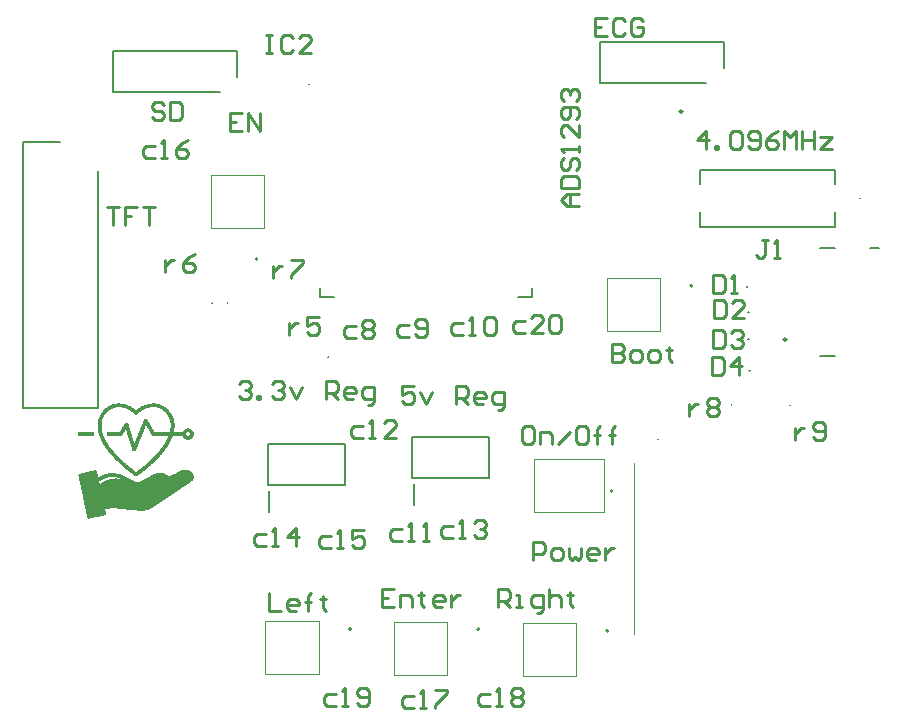
<source format=gbr>
%TF.GenerationSoftware,Altium Limited,Altium Designer,24.10.1 (45)*%
G04 Layer_Color=65535*
%FSLAX45Y45*%
%MOMM*%
%TF.SameCoordinates,5161A517-D4F4-47BB-AA9F-3B40E8EE5112*%
%TF.FilePolarity,Positive*%
%TF.FileFunction,Legend,Top*%
%TF.Part,Single*%
G01*
G75*
%TA.AperFunction,NonConductor*%
%ADD57C,0.25000*%
%ADD58C,0.10000*%
%ADD59C,0.20000*%
%ADD60C,0.25400*%
G36*
X1554609Y3518545D02*
X1568847D01*
Y3516511D01*
X1576983D01*
Y3514477D01*
X1585119D01*
Y3512443D01*
X1591221D01*
Y3510409D01*
X1597323D01*
Y3508375D01*
X1601391D01*
Y3506341D01*
X1607493D01*
Y3504307D01*
X1611561D01*
Y3502273D01*
X1615628D01*
Y3500239D01*
X1619697D01*
Y3498205D01*
X1621731D01*
Y3496171D01*
X1625798D01*
Y3494137D01*
X1629866D01*
Y3492103D01*
X1631900D01*
Y3490069D01*
X1635968D01*
Y3488035D01*
X1638002D01*
Y3486001D01*
X1640036D01*
Y3483967D01*
X1644104D01*
Y3481933D01*
X1646138D01*
Y3479899D01*
X1648172D01*
Y3477865D01*
X1650206D01*
Y3475831D01*
X1652240D01*
Y3473797D01*
X1654274D01*
Y3471763D01*
X1656308D01*
Y3469729D01*
X1658342D01*
Y3467695D01*
X1660376D01*
Y3465661D01*
X1662410D01*
Y3463627D01*
X1664444D01*
Y3461593D01*
X1666478D01*
Y3459560D01*
X1668512D01*
Y3457525D01*
X1670546D01*
Y3453457D01*
X1672580D01*
Y3451423D01*
X1674614D01*
Y3449390D01*
X1676648D01*
Y3447356D01*
X1678682D01*
Y3443288D01*
X1680716D01*
Y3441253D01*
X1682750D01*
Y3439220D01*
X1684784D01*
Y3435152D01*
X1686818D01*
Y3431084D01*
X1688852D01*
Y3429050D01*
X1690886D01*
Y3424982D01*
X1692920D01*
Y3420914D01*
X1694954D01*
Y3416846D01*
X1696988D01*
Y3412778D01*
X1699022D01*
Y3408710D01*
X1701056D01*
Y3404642D01*
X1703090D01*
Y3398540D01*
X1705124D01*
Y3392438D01*
X1707158D01*
Y3386336D01*
X1709192D01*
Y3380234D01*
X1711226D01*
Y3370064D01*
X1713260D01*
Y3357860D01*
X1715294D01*
Y3311078D01*
X1713260D01*
Y3294807D01*
X1711226D01*
Y3282603D01*
X1709192D01*
Y3276501D01*
X1784449D01*
Y3280569D01*
X1786483D01*
Y3284637D01*
X1788517D01*
Y3288705D01*
X1790551D01*
Y3290739D01*
X1792585D01*
Y3292773D01*
X1794619D01*
Y3294807D01*
X1796653D01*
Y3296841D01*
X1798687D01*
Y3298875D01*
X1800721D01*
Y3300909D01*
X1804789D01*
Y3302943D01*
X1806823D01*
Y3304977D01*
X1812925D01*
Y3307011D01*
X1819027D01*
Y3309045D01*
X1839367D01*
Y3307011D01*
X1845469D01*
Y3304977D01*
X1851571D01*
Y3302943D01*
X1855639D01*
Y3300909D01*
X1857673D01*
Y3298875D01*
X1859707D01*
Y3296841D01*
X1861741D01*
Y3294807D01*
X1865809D01*
Y3290739D01*
X1867843D01*
Y3288705D01*
X1869877D01*
Y3286671D01*
X1871911D01*
Y3282603D01*
X1873944D01*
Y3278535D01*
X1875978D01*
Y3270399D01*
X1878013D01*
Y3250059D01*
X1875978D01*
Y3241923D01*
X1873944D01*
Y3237855D01*
X1871911D01*
Y3233787D01*
X1869877D01*
Y3231753D01*
X1867843D01*
Y3229719D01*
X1865809D01*
Y3227685D01*
X1863775D01*
Y3225651D01*
X1861741D01*
Y3223617D01*
X1859707D01*
Y3221583D01*
X1857673D01*
Y3219549D01*
X1855639D01*
Y3217515D01*
X1851571D01*
Y3215481D01*
X1845469D01*
Y3213447D01*
X1839367D01*
Y3211413D01*
X1819027D01*
Y3213447D01*
X1812925D01*
Y3215481D01*
X1806823D01*
Y3217515D01*
X1804789D01*
Y3219549D01*
X1800721D01*
Y3221583D01*
X1798687D01*
Y3223617D01*
X1796653D01*
Y3225651D01*
X1794619D01*
Y3227685D01*
X1792585D01*
Y3229719D01*
X1790551D01*
Y3231753D01*
X1788517D01*
Y3235821D01*
X1786483D01*
Y3239889D01*
X1784449D01*
Y3243957D01*
X1699022D01*
Y3239889D01*
X1696988D01*
Y3233787D01*
X1694954D01*
Y3227685D01*
X1692920D01*
Y3223617D01*
X1690886D01*
Y3219549D01*
X1688852D01*
Y3213447D01*
X1686818D01*
Y3209379D01*
X1684784D01*
Y3205311D01*
X1682750D01*
Y3201243D01*
X1680716D01*
Y3197175D01*
X1678682D01*
Y3193107D01*
X1676648D01*
Y3189040D01*
X1674614D01*
Y3184972D01*
X1672580D01*
Y3182937D01*
X1670546D01*
Y3178870D01*
X1668512D01*
Y3174802D01*
X1666478D01*
Y3170734D01*
X1664444D01*
Y3168700D01*
X1662410D01*
Y3164632D01*
X1660376D01*
Y3162598D01*
X1658342D01*
Y3158530D01*
X1656308D01*
Y3154462D01*
X1654274D01*
Y3152428D01*
X1652240D01*
Y3148360D01*
X1650206D01*
Y3146326D01*
X1648172D01*
Y3142258D01*
X1646138D01*
Y3140224D01*
X1644104D01*
Y3138190D01*
X1642070D01*
Y3134122D01*
X1640036D01*
Y3132088D01*
X1638002D01*
Y3128020D01*
X1635968D01*
Y3125986D01*
X1633935D01*
Y3123952D01*
X1631900D01*
Y3119884D01*
X1629866D01*
Y3117850D01*
X1627832D01*
Y3115816D01*
X1625798D01*
Y3113782D01*
X1623764D01*
Y3109714D01*
X1621731D01*
Y3107680D01*
X1619697D01*
Y3105646D01*
X1617663D01*
Y3103612D01*
X1615628D01*
Y3099544D01*
X1613594D01*
Y3097510D01*
X1611561D01*
Y3095476D01*
X1609527D01*
Y3093442D01*
X1607493D01*
Y3091408D01*
X1605459D01*
Y3087340D01*
X1603425D01*
Y3085306D01*
X1601391D01*
Y3083272D01*
X1599357D01*
Y3081238D01*
X1597323D01*
Y3079204D01*
X1595289D01*
Y3077170D01*
X1593255D01*
Y3075136D01*
X1591221D01*
Y3073102D01*
X1589187D01*
Y3069035D01*
X1587153D01*
Y3067000D01*
X1585119D01*
Y3064966D01*
X1583085D01*
Y3062932D01*
X1581051D01*
Y3060898D01*
X1579017D01*
Y3058865D01*
X1576983D01*
Y3056831D01*
X1574949D01*
Y3054797D01*
X1572915D01*
Y3052763D01*
X1570881D01*
Y3050728D01*
X1568847D01*
Y3048695D01*
X1566813D01*
Y3046661D01*
X1564779D01*
Y3044627D01*
X1562745D01*
Y3042593D01*
X1560711D01*
Y3040559D01*
X1558677D01*
Y3038525D01*
X1556643D01*
Y3036491D01*
X1554609D01*
Y3034457D01*
X1552575D01*
Y3032423D01*
X1550541D01*
Y3030389D01*
X1548507D01*
Y3028355D01*
X1546473D01*
Y3026321D01*
X1544439D01*
Y3024287D01*
X1542405D01*
Y3022253D01*
X1540371D01*
Y3020219D01*
X1538337D01*
Y3018185D01*
X1536303D01*
Y3016151D01*
X1534269D01*
Y3014117D01*
X1532235D01*
Y3012083D01*
X1530201D01*
Y3010049D01*
X1528167D01*
Y3008015D01*
X1524099D01*
Y3005981D01*
X1522065D01*
Y3003947D01*
X1520031D01*
Y3001913D01*
X1517997D01*
Y2999879D01*
X1515963D01*
Y2997845D01*
X1513929D01*
Y2995811D01*
X1511895D01*
Y2993777D01*
X1509861D01*
Y2991743D01*
X1507827D01*
Y2989709D01*
X1503760D01*
Y2987675D01*
X1501725D01*
Y2985641D01*
X1499691D01*
Y2983607D01*
X1497657D01*
Y2981573D01*
X1495623D01*
Y2979539D01*
X1493589D01*
Y2977505D01*
X1489522D01*
Y2975471D01*
X1487487D01*
Y2973437D01*
X1485453D01*
Y2971403D01*
X1483419D01*
Y2969369D01*
X1481386D01*
Y2967335D01*
X1477318D01*
Y2965301D01*
X1475284D01*
Y2963267D01*
X1473250D01*
Y2961233D01*
X1471216D01*
Y2959199D01*
X1467148D01*
Y2957165D01*
X1465114D01*
Y2955131D01*
X1463080D01*
Y2953097D01*
X1461046D01*
Y2951063D01*
X1459012D01*
Y2949029D01*
X1454944D01*
Y2946995D01*
X1452910D01*
Y2944961D01*
X1450876D01*
Y2942927D01*
X1446808D01*
Y2940893D01*
X1444774D01*
Y2938860D01*
X1442740D01*
Y2936825D01*
X1440706D01*
Y2934791D01*
X1436638D01*
Y2932757D01*
X1434604D01*
Y2930723D01*
X1432570D01*
Y2928690D01*
X1428502D01*
Y2926656D01*
X1426468D01*
Y2924622D01*
X1424434D01*
Y2922587D01*
X1420366D01*
Y2920553D01*
X1418332D01*
Y2918520D01*
X1416298D01*
Y2916486D01*
X1412230D01*
Y2914452D01*
X1410196D01*
Y2912418D01*
X1408162D01*
Y2910384D01*
X1404094D01*
Y2908350D01*
X1402060D01*
Y2906316D01*
X1400026D01*
Y2904282D01*
X1395958D01*
Y2902248D01*
X1383754D01*
Y2904282D01*
X1379686D01*
Y2906316D01*
X1377652D01*
Y2908350D01*
X1375618D01*
Y2910384D01*
X1371550D01*
Y2912418D01*
X1369516D01*
Y2914452D01*
X1367482D01*
Y2916486D01*
X1363414D01*
Y2918520D01*
X1361381D01*
Y2920553D01*
X1359347D01*
Y2922587D01*
X1355278D01*
Y2924622D01*
X1353244D01*
Y2926656D01*
X1351211D01*
Y2928690D01*
X1347143D01*
Y2930723D01*
X1345109D01*
Y2932757D01*
X1343075D01*
Y2934791D01*
X1339007D01*
Y2936825D01*
X1336973D01*
Y2938860D01*
X1334939D01*
Y2940893D01*
X1332905D01*
Y2942927D01*
X1328837D01*
Y2944961D01*
X1326803D01*
Y2946995D01*
X1324769D01*
Y2949029D01*
X1322735D01*
Y2951063D01*
X1318667D01*
Y2953097D01*
X1316633D01*
Y2955131D01*
X1314599D01*
Y2957165D01*
X1312565D01*
Y2959199D01*
X1308497D01*
Y2961233D01*
X1306463D01*
Y2963267D01*
X1304429D01*
Y2965301D01*
X1302395D01*
Y2967335D01*
X1298327D01*
Y2969369D01*
X1296293D01*
Y2971403D01*
X1294259D01*
Y2973437D01*
X1292225D01*
Y2975471D01*
X1290191D01*
Y2977505D01*
X1286123D01*
Y2979539D01*
X1284089D01*
Y2981573D01*
X1282055D01*
Y2983607D01*
X1280021D01*
Y2985641D01*
X1277987D01*
Y2987675D01*
X1275953D01*
Y2989709D01*
X1273919D01*
Y2991743D01*
X1269851D01*
Y2993777D01*
X1267817D01*
Y2995811D01*
X1265783D01*
Y2997845D01*
X1263749D01*
Y2999879D01*
X1261715D01*
Y3001913D01*
X1259681D01*
Y3003947D01*
X1257647D01*
Y3005981D01*
X1255613D01*
Y3008015D01*
X1251545D01*
Y3010049D01*
X1249511D01*
Y3012083D01*
X1247477D01*
Y3014117D01*
X1245443D01*
Y3016151D01*
X1243410D01*
Y3018185D01*
X1241375D01*
Y3020219D01*
X1239341D01*
Y3022253D01*
X1237307D01*
Y3024287D01*
X1235273D01*
Y3026321D01*
X1233239D01*
Y3028355D01*
X1231206D01*
Y3030389D01*
X1229172D01*
Y3032423D01*
X1227138D01*
Y3034457D01*
X1225103D01*
Y3036491D01*
X1223069D01*
Y3038525D01*
X1221036D01*
Y3040559D01*
X1219002D01*
Y3042593D01*
X1216968D01*
Y3044627D01*
X1214934D01*
Y3046661D01*
X1212900D01*
Y3048695D01*
X1210866D01*
Y3050728D01*
X1208832D01*
Y3052763D01*
X1206798D01*
Y3054797D01*
X1204764D01*
Y3056831D01*
X1202730D01*
Y3058865D01*
X1200696D01*
Y3060898D01*
X1198662D01*
Y3062932D01*
X1196628D01*
Y3064966D01*
X1194594D01*
Y3067000D01*
X1192560D01*
Y3069035D01*
X1190526D01*
Y3071068D01*
X1188492D01*
Y3075136D01*
X1186458D01*
Y3077170D01*
X1184424D01*
Y3079204D01*
X1182390D01*
Y3081238D01*
X1180356D01*
Y3083272D01*
X1178322D01*
Y3085306D01*
X1176288D01*
Y3087340D01*
X1174254D01*
Y3089374D01*
X1172220D01*
Y3093442D01*
X1170186D01*
Y3095476D01*
X1168152D01*
Y3097510D01*
X1166118D01*
Y3099544D01*
X1164084D01*
Y3101578D01*
X1162050D01*
Y3105646D01*
X1160016D01*
Y3107680D01*
X1157982D01*
Y3109714D01*
X1155948D01*
Y3111748D01*
X1153914D01*
Y3115816D01*
X1151880D01*
Y3117850D01*
X1149846D01*
Y3119884D01*
X1147812D01*
Y3123952D01*
X1145778D01*
Y3125986D01*
X1143744D01*
Y3128020D01*
X1141710D01*
Y3132088D01*
X1139676D01*
Y3134122D01*
X1137642D01*
Y3136156D01*
X1135608D01*
Y3140224D01*
X1133574D01*
Y3142258D01*
X1131540D01*
Y3146326D01*
X1129506D01*
Y3148360D01*
X1127472D01*
Y3152428D01*
X1125438D01*
Y3154462D01*
X1123404D01*
Y3158530D01*
X1121370D01*
Y3160564D01*
X1119336D01*
Y3164632D01*
X1117302D01*
Y3168700D01*
X1115268D01*
Y3170734D01*
X1113235D01*
Y3174802D01*
X1111200D01*
Y3178870D01*
X1109166D01*
Y3180903D01*
X1107132D01*
Y3184972D01*
X1105098D01*
Y3189040D01*
X1103064D01*
Y3193107D01*
X1101031D01*
Y3197175D01*
X1098997D01*
Y3201243D01*
X1096963D01*
Y3205311D01*
X1094928D01*
Y3209379D01*
X1092894D01*
Y3213447D01*
X1090861D01*
Y3217515D01*
X1088827D01*
Y3223617D01*
X1086793D01*
Y3227685D01*
X1084759D01*
Y3233787D01*
X1082725D01*
Y3237855D01*
X1080691D01*
Y3243957D01*
X1078657D01*
Y3250059D01*
X1076623D01*
Y3258195D01*
X1074589D01*
Y3264297D01*
X1072555D01*
Y3272433D01*
X1070521D01*
Y3282603D01*
X1068487D01*
Y3292773D01*
X1066453D01*
Y3309045D01*
X1064419D01*
Y3357860D01*
X1066453D01*
Y3370064D01*
X1068487D01*
Y3380234D01*
X1070521D01*
Y3386336D01*
X1072555D01*
Y3392438D01*
X1074589D01*
Y3398540D01*
X1076623D01*
Y3404642D01*
X1078657D01*
Y3408710D01*
X1080691D01*
Y3412778D01*
X1082725D01*
Y3416846D01*
X1084759D01*
Y3420914D01*
X1086793D01*
Y3424982D01*
X1088827D01*
Y3429050D01*
X1090861D01*
Y3431084D01*
X1092894D01*
Y3435152D01*
X1094928D01*
Y3439220D01*
X1096963D01*
Y3441253D01*
X1098997D01*
Y3443288D01*
X1101031D01*
Y3447356D01*
X1103064D01*
Y3449390D01*
X1105098D01*
Y3451423D01*
X1107132D01*
Y3455491D01*
X1109166D01*
Y3457525D01*
X1111200D01*
Y3459560D01*
X1113235D01*
Y3461593D01*
X1115268D01*
Y3463627D01*
X1117302D01*
Y3465661D01*
X1119336D01*
Y3467695D01*
X1121370D01*
Y3469729D01*
X1123404D01*
Y3471763D01*
X1125438D01*
Y3473797D01*
X1127472D01*
Y3475831D01*
X1129506D01*
Y3477865D01*
X1131540D01*
Y3479899D01*
X1133574D01*
Y3481933D01*
X1135608D01*
Y3483967D01*
X1139676D01*
Y3486001D01*
X1141710D01*
Y3488035D01*
X1143744D01*
Y3490069D01*
X1147812D01*
Y3492103D01*
X1149846D01*
Y3494137D01*
X1153914D01*
Y3496171D01*
X1157982D01*
Y3498205D01*
X1160016D01*
Y3500239D01*
X1164084D01*
Y3502273D01*
X1168152D01*
Y3504307D01*
X1172220D01*
Y3506341D01*
X1178322D01*
Y3508375D01*
X1182390D01*
Y3510409D01*
X1188492D01*
Y3512443D01*
X1194594D01*
Y3514477D01*
X1202730D01*
Y3516511D01*
X1210866D01*
Y3518545D01*
X1225103D01*
Y3520579D01*
X1257647D01*
Y3518545D01*
X1273919D01*
Y3516511D01*
X1284089D01*
Y3514477D01*
X1292225D01*
Y3512443D01*
X1300361D01*
Y3510409D01*
X1306463D01*
Y3508375D01*
X1312565D01*
Y3506341D01*
X1318667D01*
Y3504307D01*
X1324769D01*
Y3502273D01*
X1328837D01*
Y3500239D01*
X1332905D01*
Y3498205D01*
X1336973D01*
Y3496171D01*
X1343075D01*
Y3494137D01*
X1345109D01*
Y3492103D01*
X1349177D01*
Y3490069D01*
X1353244D01*
Y3488035D01*
X1357312D01*
Y3486001D01*
X1359347D01*
Y3483967D01*
X1363414D01*
Y3481933D01*
X1367482D01*
Y3479899D01*
X1369516D01*
Y3477865D01*
X1371550D01*
Y3475831D01*
X1375618D01*
Y3473797D01*
X1377652D01*
Y3471763D01*
X1381720D01*
Y3469729D01*
X1383754D01*
Y3467695D01*
X1385788D01*
Y3465661D01*
X1387822D01*
Y3463627D01*
X1391890D01*
Y3465661D01*
X1393924D01*
Y3467695D01*
X1395958D01*
Y3469729D01*
X1397992D01*
Y3471763D01*
X1402060D01*
Y3473797D01*
X1404094D01*
Y3475831D01*
X1408162D01*
Y3477865D01*
X1410196D01*
Y3479899D01*
X1412230D01*
Y3481933D01*
X1416298D01*
Y3483967D01*
X1420366D01*
Y3486001D01*
X1422400D01*
Y3488035D01*
X1426468D01*
Y3490069D01*
X1430536D01*
Y3492103D01*
X1434604D01*
Y3494137D01*
X1438672D01*
Y3496171D01*
X1442740D01*
Y3498205D01*
X1446808D01*
Y3500239D01*
X1450876D01*
Y3502273D01*
X1454944D01*
Y3504307D01*
X1461046D01*
Y3506341D01*
X1467148D01*
Y3508375D01*
X1473250D01*
Y3510409D01*
X1479352D01*
Y3512443D01*
X1487487D01*
Y3514477D01*
X1495623D01*
Y3516511D01*
X1505793D01*
Y3518545D01*
X1522065D01*
Y3520579D01*
X1554609D01*
Y3518545D01*
D02*
G37*
G36*
X1031875Y3243957D02*
X901700D01*
Y3276501D01*
X1031875D01*
Y3243957D01*
D02*
G37*
G36*
X1819027Y2957165D02*
X1827163D01*
Y2955131D01*
X1833265D01*
Y2953097D01*
X1839367D01*
Y2951063D01*
X1841401D01*
Y2949029D01*
X1845469D01*
Y2946995D01*
X1849537D01*
Y2944961D01*
X1851571D01*
Y2942927D01*
X1853605D01*
Y2940893D01*
X1857673D01*
Y2938860D01*
X1859707D01*
Y2936825D01*
X1861741D01*
Y2934791D01*
X1863775D01*
Y2930723D01*
X1865809D01*
Y2928690D01*
X1867843D01*
Y2926656D01*
X1869877D01*
Y2922587D01*
X1871911D01*
Y2918520D01*
X1873944D01*
Y2914452D01*
X1875978D01*
Y2908350D01*
X1878013D01*
Y2888010D01*
X1875978D01*
Y2879874D01*
X1873944D01*
Y2875806D01*
X1871911D01*
Y2871738D01*
X1869877D01*
Y2869704D01*
X1867843D01*
Y2865636D01*
X1865809D01*
Y2863602D01*
X1863775D01*
Y2861568D01*
X1861741D01*
Y2859534D01*
X1857673D01*
Y2857500D01*
X1855639D01*
Y2855466D01*
X1851571D01*
Y2853432D01*
X1849537D01*
Y2851398D01*
X1847503D01*
Y2849364D01*
X1843435D01*
Y2847330D01*
X1841401D01*
Y2845296D01*
X1837333D01*
Y2843262D01*
X1835299D01*
Y2841228D01*
X1831231D01*
Y2839194D01*
X1829197D01*
Y2837160D01*
X1825129D01*
Y2835126D01*
X1823095D01*
Y2833092D01*
X1819027D01*
Y2831058D01*
X1816993D01*
Y2829024D01*
X1812925D01*
Y2826990D01*
X1810891D01*
Y2824956D01*
X1806823D01*
Y2822922D01*
X1804789D01*
Y2820888D01*
X1800721D01*
Y2818854D01*
X1798687D01*
Y2816820D01*
X1794619D01*
Y2814786D01*
X1792585D01*
Y2812752D01*
X1788517D01*
Y2810718D01*
X1786483D01*
Y2808685D01*
X1782415D01*
Y2806650D01*
X1780381D01*
Y2804616D01*
X1776313D01*
Y2802582D01*
X1774279D01*
Y2800548D01*
X1770211D01*
Y2798515D01*
X1768177D01*
Y2796481D01*
X1764110D01*
Y2794447D01*
X1762075D01*
Y2792413D01*
X1758007D01*
Y2790378D01*
X1755973D01*
Y2788345D01*
X1751906D01*
Y2786311D01*
X1749872D01*
Y2784277D01*
X1745803D01*
Y2782243D01*
X1743769D01*
Y2780209D01*
X1739702D01*
Y2778175D01*
X1737668D01*
Y2776141D01*
X1733600D01*
Y2774107D01*
X1731566D01*
Y2772073D01*
X1727498D01*
Y2770039D01*
X1725464D01*
Y2768005D01*
X1721396D01*
Y2765971D01*
X1719362D01*
Y2763937D01*
X1715294D01*
Y2761903D01*
X1713260D01*
Y2759869D01*
X1709192D01*
Y2757835D01*
X1707158D01*
Y2755801D01*
X1705124D01*
Y2753767D01*
X1701056D01*
Y2751733D01*
X1699022D01*
Y2749699D01*
X1694954D01*
Y2747665D01*
X1692920D01*
Y2745631D01*
X1688852D01*
Y2743597D01*
X1686818D01*
Y2741563D01*
X1682750D01*
Y2739529D01*
X1680716D01*
Y2737495D01*
X1676648D01*
Y2735461D01*
X1674614D01*
Y2733427D01*
X1670546D01*
Y2731393D01*
X1668512D01*
Y2729359D01*
X1664444D01*
Y2727325D01*
X1662410D01*
Y2725291D01*
X1658342D01*
Y2723257D01*
X1656308D01*
Y2721223D01*
X1652240D01*
Y2719189D01*
X1650206D01*
Y2717155D01*
X1646138D01*
Y2715121D01*
X1644104D01*
Y2713087D01*
X1640036D01*
Y2711053D01*
X1638002D01*
Y2709019D01*
X1633935D01*
Y2706985D01*
X1631900D01*
Y2704951D01*
X1627832D01*
Y2702917D01*
X1625798D01*
Y2700883D01*
X1621731D01*
Y2698849D01*
X1619697D01*
Y2696815D01*
X1615628D01*
Y2694781D01*
X1613594D01*
Y2692747D01*
X1609527D01*
Y2690713D01*
X1607493D01*
Y2688679D01*
X1603425D01*
Y2686645D01*
X1601391D01*
Y2684611D01*
X1597323D01*
Y2682577D01*
X1595289D01*
Y2680543D01*
X1591221D01*
Y2678510D01*
X1589187D01*
Y2676475D01*
X1585119D01*
Y2674441D01*
X1583085D01*
Y2672407D01*
X1579017D01*
Y2670373D01*
X1576983D01*
Y2668340D01*
X1572915D01*
Y2666306D01*
X1570881D01*
Y2664272D01*
X1566813D01*
Y2662238D01*
X1564779D01*
Y2660203D01*
X1560711D01*
Y2658170D01*
X1558677D01*
Y2656136D01*
X1554609D01*
Y2654102D01*
X1552575D01*
Y2652068D01*
X1548507D01*
Y2650034D01*
X1546473D01*
Y2648000D01*
X1544439D01*
Y2645966D01*
X1540371D01*
Y2643932D01*
X1536303D01*
Y2641898D01*
X1534269D01*
Y2639864D01*
X1530201D01*
Y2637830D01*
X1528167D01*
Y2635796D01*
X1524099D01*
Y2633762D01*
X1522065D01*
Y2631728D01*
X1517997D01*
Y2629694D01*
X1513929D01*
Y2627660D01*
X1509861D01*
Y2625626D01*
X1505793D01*
Y2623592D01*
X1501725D01*
Y2621558D01*
X1495623D01*
Y2619524D01*
X1489522D01*
Y2617490D01*
X1483419D01*
Y2615456D01*
X1475284D01*
Y2613422D01*
X1467148D01*
Y2611388D01*
X1452910D01*
Y2609354D01*
X1416298D01*
Y2611388D01*
X1395958D01*
Y2613422D01*
X1377652D01*
Y2615456D01*
X1359347D01*
Y2617490D01*
X1341041D01*
Y2619524D01*
X1322735D01*
Y2621558D01*
X1304429D01*
Y2623592D01*
X1286123D01*
Y2625626D01*
X1267817D01*
Y2627660D01*
X1249511D01*
Y2629694D01*
X1229172D01*
Y2631728D01*
X1210866D01*
Y2633762D01*
X1176288D01*
Y2631728D01*
X1166118D01*
Y2629694D01*
X1157982D01*
Y2627660D01*
X1147812D01*
Y2625626D01*
X1137642D01*
Y2623592D01*
X1127472D01*
Y2615456D01*
X1129506D01*
Y2605286D01*
X1131540D01*
Y2595116D01*
X1133574D01*
Y2580878D01*
X1131540D01*
Y2576810D01*
X1129506D01*
Y2574776D01*
X1125438D01*
Y2572742D01*
X1121370D01*
Y2570708D01*
X1113235D01*
Y2568674D01*
X1103064D01*
Y2566640D01*
X1092894D01*
Y2564606D01*
X1084759D01*
Y2562572D01*
X1074589D01*
Y2560538D01*
X1064419D01*
Y2558504D01*
X1054249D01*
Y2556470D01*
X1046113D01*
Y2554436D01*
X1035943D01*
Y2552402D01*
X1025773D01*
Y2550368D01*
X1017637D01*
Y2548335D01*
X1007467D01*
Y2546300D01*
X997297D01*
Y2544266D01*
X985093D01*
Y2546300D01*
X981025D01*
Y2548335D01*
X978991D01*
Y2552402D01*
X976957D01*
Y2556470D01*
X974923D01*
Y2564606D01*
X972889D01*
Y2574776D01*
X970856D01*
Y2584946D01*
X968822D01*
Y2593082D01*
X966788D01*
Y2603252D01*
X964753D01*
Y2613422D01*
X962719D01*
Y2623592D01*
X960686D01*
Y2631728D01*
X958652D01*
Y2641898D01*
X956618D01*
Y2652068D01*
X954584D01*
Y2662238D01*
X952550D01*
Y2672407D01*
X950516D01*
Y2680543D01*
X948482D01*
Y2690713D01*
X946448D01*
Y2700883D01*
X944414D01*
Y2711053D01*
X942380D01*
Y2719189D01*
X940346D01*
Y2729359D01*
X938312D01*
Y2739529D01*
X936278D01*
Y2749699D01*
X934244D01*
Y2757835D01*
X932210D01*
Y2768005D01*
X930176D01*
Y2778175D01*
X928142D01*
Y2788345D01*
X926108D01*
Y2796481D01*
X924074D01*
Y2806650D01*
X922040D01*
Y2816820D01*
X920006D01*
Y2826990D01*
X917972D01*
Y2837160D01*
X915938D01*
Y2845296D01*
X913904D01*
Y2855466D01*
X911870D01*
Y2865636D01*
X909836D01*
Y2875806D01*
X907802D01*
Y2883942D01*
X905768D01*
Y2894112D01*
X903734D01*
Y2904282D01*
X901700D01*
Y2916486D01*
X903734D01*
Y2920553D01*
X905768D01*
Y2922587D01*
X907802D01*
Y2924622D01*
X911870D01*
Y2926656D01*
X920006D01*
Y2928690D01*
X930176D01*
Y2930723D01*
X938312D01*
Y2932757D01*
X948482D01*
Y2934791D01*
X958652D01*
Y2936825D01*
X966788D01*
Y2938860D01*
X976957D01*
Y2940893D01*
X985093D01*
Y2942927D01*
X995263D01*
Y2944961D01*
X1005433D01*
Y2946995D01*
X1013569D01*
Y2949029D01*
X1023739D01*
Y2951063D01*
X1033909D01*
Y2953097D01*
X1052215D01*
Y2951063D01*
X1054249D01*
Y2949029D01*
X1056283D01*
Y2946995D01*
X1058317D01*
Y2942927D01*
X1060351D01*
Y2934791D01*
X1062385D01*
Y2924622D01*
X1064419D01*
Y2916486D01*
X1066453D01*
Y2906316D01*
X1068487D01*
Y2896146D01*
X1070521D01*
Y2894112D01*
X1072555D01*
Y2896146D01*
X1076623D01*
Y2898180D01*
X1080691D01*
Y2900214D01*
X1082725D01*
Y2902248D01*
X1086793D01*
Y2904282D01*
X1090861D01*
Y2906316D01*
X1094928D01*
Y2908350D01*
X1098997D01*
Y2910384D01*
X1103064D01*
Y2912418D01*
X1107132D01*
Y2914452D01*
X1111200D01*
Y2916486D01*
X1117302D01*
Y2918520D01*
X1123404D01*
Y2920553D01*
X1129506D01*
Y2922587D01*
X1135608D01*
Y2924622D01*
X1143744D01*
Y2926656D01*
X1155948D01*
Y2928690D01*
X1172220D01*
Y2930723D01*
X1208832D01*
Y2928690D01*
X1223069D01*
Y2926656D01*
X1235273D01*
Y2924622D01*
X1243410D01*
Y2922587D01*
X1249511D01*
Y2920553D01*
X1255613D01*
Y2918520D01*
X1261715D01*
Y2916486D01*
X1267817D01*
Y2914452D01*
X1271885D01*
Y2912418D01*
X1275953D01*
Y2910384D01*
X1280021D01*
Y2908350D01*
X1284089D01*
Y2906316D01*
X1288157D01*
Y2904282D01*
X1292225D01*
Y2902248D01*
X1296293D01*
Y2900214D01*
X1300361D01*
Y2898180D01*
X1304429D01*
Y2896146D01*
X1308497D01*
Y2894112D01*
X1312565D01*
Y2892078D01*
X1314599D01*
Y2890044D01*
X1318667D01*
Y2888010D01*
X1322735D01*
Y2885976D01*
X1326803D01*
Y2883942D01*
X1330871D01*
Y2881908D01*
X1334939D01*
Y2879874D01*
X1339007D01*
Y2877840D01*
X1343075D01*
Y2875806D01*
X1347143D01*
Y2873772D01*
X1349177D01*
Y2871738D01*
X1353244D01*
Y2869704D01*
X1357312D01*
Y2867670D01*
X1361381D01*
Y2865636D01*
X1365448D01*
Y2863602D01*
X1369516D01*
Y2861568D01*
X1373585D01*
Y2859534D01*
X1377652D01*
Y2857500D01*
X1381720D01*
Y2855466D01*
X1387822D01*
Y2853432D01*
X1410196D01*
Y2855466D01*
X1416298D01*
Y2857500D01*
X1422400D01*
Y2859534D01*
X1424434D01*
Y2861568D01*
X1428502D01*
Y2863602D01*
X1432570D01*
Y2865636D01*
X1436638D01*
Y2867670D01*
X1440706D01*
Y2869704D01*
X1444774D01*
Y2871738D01*
X1448842D01*
Y2873772D01*
X1452910D01*
Y2875806D01*
X1456978D01*
Y2877840D01*
X1461046D01*
Y2879874D01*
X1465114D01*
Y2881908D01*
X1469182D01*
Y2883942D01*
X1473250D01*
Y2885976D01*
X1477318D01*
Y2888010D01*
X1481386D01*
Y2890044D01*
X1485453D01*
Y2892078D01*
X1489522D01*
Y2894112D01*
X1493589D01*
Y2896146D01*
X1497657D01*
Y2898180D01*
X1501725D01*
Y2900214D01*
X1503760D01*
Y2902248D01*
X1507827D01*
Y2904282D01*
X1511895D01*
Y2906316D01*
X1515963D01*
Y2908350D01*
X1520031D01*
Y2910384D01*
X1524099D01*
Y2912418D01*
X1528167D01*
Y2914452D01*
X1532235D01*
Y2916486D01*
X1536303D01*
Y2918520D01*
X1540371D01*
Y2920553D01*
X1544439D01*
Y2922587D01*
X1548507D01*
Y2924622D01*
X1552575D01*
Y2926656D01*
X1556643D01*
Y2928690D01*
X1562745D01*
Y2930723D01*
X1566813D01*
Y2932757D01*
X1576983D01*
Y2934791D01*
X1609527D01*
Y2932757D01*
X1617663D01*
Y2930723D01*
X1623764D01*
Y2928690D01*
X1629866D01*
Y2926656D01*
X1633935D01*
Y2924622D01*
X1638002D01*
Y2922587D01*
X1640036D01*
Y2920553D01*
X1644104D01*
Y2918520D01*
X1646138D01*
Y2916486D01*
X1650206D01*
Y2914452D01*
X1652240D01*
Y2912418D01*
X1654274D01*
Y2910384D01*
X1656308D01*
Y2908350D01*
X1658342D01*
Y2906316D01*
X1660376D01*
Y2904282D01*
X1662410D01*
Y2902248D01*
X1664444D01*
Y2898180D01*
X1668512D01*
Y2900214D01*
X1672580D01*
Y2902248D01*
X1676648D01*
Y2904282D01*
X1680716D01*
Y2906316D01*
X1684784D01*
Y2908350D01*
X1688852D01*
Y2910384D01*
X1692920D01*
Y2912418D01*
X1696988D01*
Y2914452D01*
X1701056D01*
Y2916486D01*
X1705124D01*
Y2918520D01*
X1709192D01*
Y2920553D01*
X1713260D01*
Y2922587D01*
X1717328D01*
Y2924622D01*
X1721396D01*
Y2926656D01*
X1725464D01*
Y2928690D01*
X1729532D01*
Y2930723D01*
X1733600D01*
Y2932757D01*
X1737668D01*
Y2934791D01*
X1739702D01*
Y2936825D01*
X1743769D01*
Y2938860D01*
X1747837D01*
Y2940893D01*
X1751906D01*
Y2942927D01*
X1755973D01*
Y2944961D01*
X1760041D01*
Y2946995D01*
X1764110D01*
Y2949029D01*
X1768177D01*
Y2951063D01*
X1772245D01*
Y2953097D01*
X1776313D01*
Y2955131D01*
X1782415D01*
Y2957165D01*
X1790551D01*
Y2959199D01*
X1819027D01*
Y2957165D01*
D02*
G37*
%LPC*%
G36*
X1550541Y3488035D02*
X1522065D01*
Y3486001D01*
X1507827D01*
Y3483967D01*
X1497657D01*
Y3481933D01*
X1489522D01*
Y3479899D01*
X1483419D01*
Y3477865D01*
X1477318D01*
Y3475831D01*
X1473250D01*
Y3473797D01*
X1467148D01*
Y3471763D01*
X1463080D01*
Y3469729D01*
X1459012D01*
Y3467695D01*
X1454944D01*
Y3465661D01*
X1450876D01*
Y3463627D01*
X1446808D01*
Y3461593D01*
X1442740D01*
Y3459560D01*
X1440706D01*
Y3457525D01*
X1436638D01*
Y3455491D01*
X1432570D01*
Y3453457D01*
X1430536D01*
Y3451423D01*
X1426468D01*
Y3449390D01*
X1424434D01*
Y3447356D01*
X1422400D01*
Y3445322D01*
X1418332D01*
Y3443288D01*
X1416298D01*
Y3441253D01*
X1414264D01*
Y3439219D01*
X1410196D01*
Y3437186D01*
X1408162D01*
Y3435152D01*
X1406128D01*
Y3433118D01*
X1404094D01*
Y3431084D01*
X1402060D01*
Y3429050D01*
X1400026D01*
Y3427016D01*
X1395958D01*
Y3424982D01*
X1383754D01*
Y3427016D01*
X1379686D01*
Y3429050D01*
X1377652D01*
Y3431084D01*
X1375618D01*
Y3433118D01*
X1373584D01*
Y3435152D01*
X1371550D01*
Y3437186D01*
X1369516D01*
Y3439219D01*
X1365448D01*
Y3441253D01*
X1363414D01*
Y3443288D01*
X1361381D01*
Y3445322D01*
X1357312D01*
Y3447356D01*
X1355278D01*
Y3449390D01*
X1353244D01*
Y3451423D01*
X1349177D01*
Y3453457D01*
X1347143D01*
Y3455491D01*
X1343075D01*
Y3457525D01*
X1339007D01*
Y3459560D01*
X1336973D01*
Y3461593D01*
X1332905D01*
Y3463627D01*
X1328837D01*
Y3465661D01*
X1324769D01*
Y3467695D01*
X1320701D01*
Y3469729D01*
X1316633D01*
Y3471763D01*
X1312565D01*
Y3473797D01*
X1306463D01*
Y3475831D01*
X1302395D01*
Y3477865D01*
X1296293D01*
Y3479899D01*
X1290191D01*
Y3481933D01*
X1282055D01*
Y3483967D01*
X1271885D01*
Y3486001D01*
X1257647D01*
Y3488035D01*
X1231206D01*
Y3486001D01*
X1216968D01*
Y3483967D01*
X1206798D01*
Y3481933D01*
X1200696D01*
Y3479899D01*
X1194594D01*
Y3477865D01*
X1190526D01*
Y3475831D01*
X1184424D01*
Y3473797D01*
X1180356D01*
Y3471763D01*
X1176288D01*
Y3469729D01*
X1174254D01*
Y3467695D01*
X1170186D01*
Y3465661D01*
X1166118D01*
Y3463627D01*
X1164084D01*
Y3461593D01*
X1160016D01*
Y3459560D01*
X1157982D01*
Y3457525D01*
X1155948D01*
Y3455491D01*
X1153914D01*
Y3453457D01*
X1151880D01*
Y3451423D01*
X1147812D01*
Y3449390D01*
X1145778D01*
Y3447356D01*
X1143744D01*
Y3445322D01*
X1141710D01*
Y3441253D01*
X1139676D01*
Y3439219D01*
X1137642D01*
Y3437186D01*
X1135608D01*
Y3435152D01*
X1133574D01*
Y3433118D01*
X1131540D01*
Y3429050D01*
X1129506D01*
Y3427016D01*
X1127472D01*
Y3424982D01*
X1125438D01*
Y3422948D01*
X1123404D01*
Y3418880D01*
X1121370D01*
Y3416846D01*
X1119336D01*
Y3412778D01*
X1117302D01*
Y3408710D01*
X1115268D01*
Y3404642D01*
X1113234D01*
Y3400574D01*
X1111200D01*
Y3396506D01*
X1109166D01*
Y3392438D01*
X1107132D01*
Y3386336D01*
X1105098D01*
Y3382268D01*
X1103064D01*
Y3374132D01*
X1101031D01*
Y3365996D01*
X1098997D01*
Y3353792D01*
X1096963D01*
Y3315147D01*
X1098997D01*
Y3298875D01*
X1101031D01*
Y3286671D01*
X1103064D01*
Y3278535D01*
X1105098D01*
Y3270399D01*
X1107132D01*
Y3264297D01*
X1109166D01*
Y3258195D01*
X1111200D01*
Y3252093D01*
X1113234D01*
Y3245991D01*
X1115268D01*
Y3241923D01*
X1117302D01*
Y3235821D01*
X1119336D01*
Y3231753D01*
X1121370D01*
Y3227685D01*
X1123404D01*
Y3223617D01*
X1125438D01*
Y3217515D01*
X1127472D01*
Y3213447D01*
X1129506D01*
Y3211413D01*
X1131540D01*
Y3207345D01*
X1133574D01*
Y3203277D01*
X1135608D01*
Y3199210D01*
X1137642D01*
Y3195141D01*
X1139676D01*
Y3191073D01*
X1141710D01*
Y3189040D01*
X1143744D01*
Y3184972D01*
X1145778D01*
Y3180903D01*
X1147812D01*
Y3178869D01*
X1149846D01*
Y3174802D01*
X1151880D01*
Y3172768D01*
X1153914D01*
Y3168700D01*
X1155948D01*
Y3166666D01*
X1157982D01*
Y3162598D01*
X1160016D01*
Y3160564D01*
X1162050D01*
Y3156496D01*
X1164084D01*
Y3154462D01*
X1166118D01*
Y3152428D01*
X1168152D01*
Y3148360D01*
X1170186D01*
Y3146326D01*
X1172220D01*
Y3144292D01*
X1174254D01*
Y3140224D01*
X1176288D01*
Y3138190D01*
X1178322D01*
Y3136156D01*
X1180356D01*
Y3132088D01*
X1182390D01*
Y3130054D01*
X1184424D01*
Y3128020D01*
X1186458D01*
Y3125986D01*
X1188492D01*
Y3121918D01*
X1190526D01*
Y3119884D01*
X1192560D01*
Y3117850D01*
X1194594D01*
Y3115816D01*
X1196628D01*
Y3113782D01*
X1198662D01*
Y3109714D01*
X1200696D01*
Y3107680D01*
X1202730D01*
Y3105646D01*
X1204764D01*
Y3103612D01*
X1206798D01*
Y3101578D01*
X1208832D01*
Y3099544D01*
X1210866D01*
Y3097510D01*
X1212900D01*
Y3093442D01*
X1214934D01*
Y3091408D01*
X1216968D01*
Y3089374D01*
X1219002D01*
Y3087340D01*
X1221036D01*
Y3085306D01*
X1223069D01*
Y3083272D01*
X1225103D01*
Y3081238D01*
X1227138D01*
Y3079204D01*
X1229172D01*
Y3077170D01*
X1231206D01*
Y3075136D01*
X1233239D01*
Y3073102D01*
X1235273D01*
Y3071068D01*
X1237307D01*
Y3069035D01*
X1239341D01*
Y3067000D01*
X1241375D01*
Y3064966D01*
X1243409D01*
Y3062932D01*
X1245443D01*
Y3060898D01*
X1247477D01*
Y3058865D01*
X1249511D01*
Y3056831D01*
X1251545D01*
Y3054797D01*
X1253579D01*
Y3052763D01*
X1255613D01*
Y3050728D01*
X1257647D01*
Y3048694D01*
X1259681D01*
Y3046661D01*
X1261715D01*
Y3044627D01*
X1263749D01*
Y3042593D01*
X1265783D01*
Y3040559D01*
X1267817D01*
Y3038525D01*
X1269851D01*
Y3036491D01*
X1271885D01*
Y3034457D01*
X1273919D01*
Y3032423D01*
X1275953D01*
Y3030389D01*
X1280021D01*
Y3028355D01*
X1282055D01*
Y3026321D01*
X1284089D01*
Y3024287D01*
X1286123D01*
Y3022253D01*
X1288157D01*
Y3020219D01*
X1290191D01*
Y3018185D01*
X1292225D01*
Y3016151D01*
X1294259D01*
Y3014117D01*
X1296293D01*
Y3012083D01*
X1300361D01*
Y3010049D01*
X1302395D01*
Y3008015D01*
X1304429D01*
Y3005981D01*
X1306463D01*
Y3003947D01*
X1308497D01*
Y3001913D01*
X1310531D01*
Y2999879D01*
X1314599D01*
Y2997845D01*
X1316633D01*
Y2995811D01*
X1318667D01*
Y2993777D01*
X1320701D01*
Y2991743D01*
X1324769D01*
Y2989709D01*
X1326803D01*
Y2987675D01*
X1328837D01*
Y2985641D01*
X1330871D01*
Y2983607D01*
X1332905D01*
Y2981573D01*
X1336973D01*
Y2979539D01*
X1339007D01*
Y2977505D01*
X1341041D01*
Y2975471D01*
X1343075D01*
Y2973437D01*
X1347143D01*
Y2971403D01*
X1349177D01*
Y2969369D01*
X1351211D01*
Y2967335D01*
X1353244D01*
Y2965301D01*
X1357312D01*
Y2963267D01*
X1359347D01*
Y2961233D01*
X1361381D01*
Y2959199D01*
X1365448D01*
Y2957165D01*
X1367482D01*
Y2955131D01*
X1369516D01*
Y2953097D01*
X1371550D01*
Y2951063D01*
X1375618D01*
Y2949029D01*
X1377652D01*
Y2946995D01*
X1379686D01*
Y2944961D01*
X1383754D01*
Y2942927D01*
X1385788D01*
Y2940893D01*
X1387822D01*
Y2938860D01*
X1391890D01*
Y2940893D01*
X1393924D01*
Y2942927D01*
X1395958D01*
Y2944961D01*
X1400026D01*
Y2946995D01*
X1402060D01*
Y2949029D01*
X1404094D01*
Y2951063D01*
X1406128D01*
Y2953097D01*
X1410196D01*
Y2955131D01*
X1412230D01*
Y2957165D01*
X1414264D01*
Y2959199D01*
X1418332D01*
Y2961233D01*
X1420366D01*
Y2963267D01*
X1422400D01*
Y2965301D01*
X1426468D01*
Y2967335D01*
X1428502D01*
Y2969369D01*
X1430536D01*
Y2971403D01*
X1432570D01*
Y2973437D01*
X1436638D01*
Y2975471D01*
X1438672D01*
Y2977505D01*
X1440706D01*
Y2979539D01*
X1442740D01*
Y2981573D01*
X1446808D01*
Y2983607D01*
X1448842D01*
Y2985641D01*
X1450876D01*
Y2987675D01*
X1452910D01*
Y2989709D01*
X1456978D01*
Y2991743D01*
X1459012D01*
Y2993777D01*
X1461046D01*
Y2995811D01*
X1463080D01*
Y2997845D01*
X1465114D01*
Y2999879D01*
X1467148D01*
Y3001913D01*
X1471216D01*
Y3003947D01*
X1473250D01*
Y3005981D01*
X1475284D01*
Y3008015D01*
X1477318D01*
Y3010049D01*
X1479352D01*
Y3012083D01*
X1481386D01*
Y3014117D01*
X1485453D01*
Y3016151D01*
X1487487D01*
Y3018185D01*
X1489522D01*
Y3020219D01*
X1491556D01*
Y3022253D01*
X1493589D01*
Y3024287D01*
X1495623D01*
Y3026321D01*
X1497657D01*
Y3028355D01*
X1499691D01*
Y3030389D01*
X1503759D01*
Y3032423D01*
X1505793D01*
Y3034457D01*
X1507827D01*
Y3036491D01*
X1509861D01*
Y3038525D01*
X1511895D01*
Y3040559D01*
X1513929D01*
Y3042593D01*
X1515963D01*
Y3044627D01*
X1517997D01*
Y3046661D01*
X1520031D01*
Y3048694D01*
X1522065D01*
Y3050728D01*
X1524099D01*
Y3052763D01*
X1526133D01*
Y3054797D01*
X1528167D01*
Y3056831D01*
X1530201D01*
Y3058865D01*
X1532235D01*
Y3060898D01*
X1534269D01*
Y3062932D01*
X1536303D01*
Y3064966D01*
X1538337D01*
Y3067000D01*
X1540371D01*
Y3069035D01*
X1542405D01*
Y3071068D01*
X1544439D01*
Y3073102D01*
X1546473D01*
Y3075136D01*
X1548507D01*
Y3077170D01*
X1550541D01*
Y3079204D01*
X1552575D01*
Y3081238D01*
X1554609D01*
Y3083272D01*
X1556643D01*
Y3085306D01*
X1558677D01*
Y3087340D01*
X1560711D01*
Y3089374D01*
X1562745D01*
Y3091408D01*
X1564779D01*
Y3093442D01*
X1566813D01*
Y3097510D01*
X1568847D01*
Y3099544D01*
X1570881D01*
Y3101578D01*
X1572915D01*
Y3103612D01*
X1574949D01*
Y3105646D01*
X1576983D01*
Y3107680D01*
X1579017D01*
Y3109714D01*
X1581051D01*
Y3113782D01*
X1583085D01*
Y3115816D01*
X1585119D01*
Y3117850D01*
X1587153D01*
Y3119884D01*
X1589187D01*
Y3121918D01*
X1591221D01*
Y3125986D01*
X1593255D01*
Y3128020D01*
X1595289D01*
Y3130054D01*
X1597323D01*
Y3132088D01*
X1599357D01*
Y3136156D01*
X1601391D01*
Y3138190D01*
X1603425D01*
Y3140224D01*
X1605459D01*
Y3144292D01*
X1607493D01*
Y3146326D01*
X1609527D01*
Y3148360D01*
X1611561D01*
Y3152428D01*
X1613594D01*
Y3154462D01*
X1615628D01*
Y3156496D01*
X1617663D01*
Y3160564D01*
X1619697D01*
Y3162598D01*
X1621731D01*
Y3166666D01*
X1623764D01*
Y3168700D01*
X1625798D01*
Y3172768D01*
X1627832D01*
Y3174802D01*
X1629866D01*
Y3178869D01*
X1631900D01*
Y3180903D01*
X1633934D01*
Y3184972D01*
X1635968D01*
Y3189040D01*
X1638002D01*
Y3193107D01*
X1640036D01*
Y3195141D01*
X1642070D01*
Y3199210D01*
X1644104D01*
Y3203277D01*
X1646138D01*
Y3207345D01*
X1648172D01*
Y3211413D01*
X1650206D01*
Y3213447D01*
X1652240D01*
Y3219549D01*
X1654274D01*
Y3223617D01*
X1656308D01*
Y3227685D01*
X1658342D01*
Y3231753D01*
X1660376D01*
Y3235821D01*
X1662410D01*
Y3241923D01*
X1664444D01*
Y3243957D01*
X1530201D01*
Y3245991D01*
X1526133D01*
Y3248025D01*
X1524099D01*
Y3250059D01*
X1522065D01*
Y3254127D01*
X1520031D01*
Y3258195D01*
X1517997D01*
Y3260229D01*
X1515963D01*
Y3264297D01*
X1513929D01*
Y3268365D01*
X1511895D01*
Y3272433D01*
X1509861D01*
Y3274467D01*
X1507827D01*
Y3278535D01*
X1505793D01*
Y3282603D01*
X1503759D01*
Y3286671D01*
X1501725D01*
Y3288705D01*
X1499691D01*
Y3292773D01*
X1497657D01*
Y3296841D01*
X1495623D01*
Y3300909D01*
X1493589D01*
Y3302943D01*
X1491556D01*
Y3307011D01*
X1489522D01*
Y3311078D01*
X1487487D01*
Y3315147D01*
X1485453D01*
Y3317181D01*
X1483419D01*
Y3321248D01*
X1481386D01*
Y3325316D01*
X1479352D01*
Y3329385D01*
X1477318D01*
Y3331418D01*
X1475284D01*
Y3335486D01*
X1473250D01*
Y3331418D01*
X1471216D01*
Y3327350D01*
X1469182D01*
Y3321248D01*
X1467148D01*
Y3317181D01*
X1465114D01*
Y3311078D01*
X1463080D01*
Y3307011D01*
X1461046D01*
Y3300909D01*
X1459012D01*
Y3296841D01*
X1456978D01*
Y3290739D01*
X1454944D01*
Y3286671D01*
X1452910D01*
Y3280569D01*
X1450876D01*
Y3276501D01*
X1448842D01*
Y3270399D01*
X1446808D01*
Y3266331D01*
X1444774D01*
Y3260229D01*
X1442740D01*
Y3256161D01*
X1440706D01*
Y3250059D01*
X1438672D01*
Y3245991D01*
X1436638D01*
Y3239889D01*
X1434604D01*
Y3235821D01*
X1432570D01*
Y3229719D01*
X1430536D01*
Y3225651D01*
X1428502D01*
Y3219549D01*
X1426468D01*
Y3215481D01*
X1424434D01*
Y3209379D01*
X1422400D01*
Y3205311D01*
X1420366D01*
Y3199210D01*
X1418332D01*
Y3195141D01*
X1416298D01*
Y3189040D01*
X1414264D01*
Y3184972D01*
X1412230D01*
Y3178869D01*
X1410196D01*
Y3174802D01*
X1408162D01*
Y3168700D01*
X1406128D01*
Y3164632D01*
X1404094D01*
Y3158530D01*
X1402060D01*
Y3154462D01*
X1400026D01*
Y3148360D01*
X1397992D01*
Y3144292D01*
X1395958D01*
Y3138190D01*
X1393924D01*
Y3134122D01*
X1391890D01*
Y3128020D01*
X1389856D01*
Y3123952D01*
X1387822D01*
Y3119884D01*
X1385788D01*
Y3117850D01*
X1383754D01*
Y3115816D01*
X1379686D01*
Y3113782D01*
X1367482D01*
Y3115816D01*
X1363414D01*
Y3117850D01*
X1361381D01*
Y3119884D01*
X1359347D01*
Y3123952D01*
X1357312D01*
Y3130054D01*
X1355278D01*
Y3136156D01*
X1353244D01*
Y3142258D01*
X1351211D01*
Y3150394D01*
X1349177D01*
Y3156496D01*
X1347143D01*
Y3162598D01*
X1345109D01*
Y3168700D01*
X1343075D01*
Y3176836D01*
X1341041D01*
Y3182937D01*
X1339007D01*
Y3189040D01*
X1336973D01*
Y3195141D01*
X1334939D01*
Y3203277D01*
X1332905D01*
Y3209379D01*
X1330871D01*
Y3215481D01*
X1328837D01*
Y3221583D01*
X1326803D01*
Y3229719D01*
X1324769D01*
Y3235821D01*
X1322735D01*
Y3241923D01*
X1320701D01*
Y3248025D01*
X1318667D01*
Y3256161D01*
X1316633D01*
Y3262263D01*
X1314599D01*
Y3268365D01*
X1312565D01*
Y3274467D01*
X1310531D01*
Y3282603D01*
X1308497D01*
Y3288705D01*
X1306463D01*
Y3294807D01*
X1304429D01*
Y3300909D01*
X1302395D01*
Y3296841D01*
X1300361D01*
Y3294807D01*
X1298327D01*
Y3290739D01*
X1296293D01*
Y3286671D01*
X1294259D01*
Y3284637D01*
X1292225D01*
Y3280569D01*
X1290191D01*
Y3276501D01*
X1288157D01*
Y3274467D01*
X1286123D01*
Y3270399D01*
X1284089D01*
Y3266331D01*
X1282055D01*
Y3264297D01*
X1280021D01*
Y3260229D01*
X1277987D01*
Y3256161D01*
X1275953D01*
Y3254127D01*
X1273919D01*
Y3250059D01*
X1271885D01*
Y3248025D01*
X1269851D01*
Y3245991D01*
X1265783D01*
Y3243957D01*
X1145778D01*
Y3276501D01*
X1251545D01*
Y3280569D01*
X1253579D01*
Y3284637D01*
X1255613D01*
Y3286671D01*
X1257647D01*
Y3290739D01*
X1259681D01*
Y3294807D01*
X1261715D01*
Y3296841D01*
X1263749D01*
Y3300909D01*
X1265783D01*
Y3304977D01*
X1267817D01*
Y3307011D01*
X1269851D01*
Y3311078D01*
X1271885D01*
Y3315147D01*
X1273919D01*
Y3317181D01*
X1275953D01*
Y3321248D01*
X1277987D01*
Y3325316D01*
X1280021D01*
Y3327350D01*
X1282055D01*
Y3331418D01*
X1284089D01*
Y3335486D01*
X1286123D01*
Y3337520D01*
X1288157D01*
Y3341588D01*
X1290191D01*
Y3345656D01*
X1292225D01*
Y3347690D01*
X1294259D01*
Y3349724D01*
Y3351758D01*
X1296293D01*
Y3353792D01*
X1298327D01*
Y3355826D01*
X1302395D01*
Y3357860D01*
X1314599D01*
Y3355826D01*
X1318667D01*
Y3353792D01*
X1320701D01*
Y3351758D01*
X1322735D01*
Y3347690D01*
X1324769D01*
Y3341588D01*
X1326803D01*
Y3335486D01*
X1328837D01*
Y3329385D01*
X1330871D01*
Y3321248D01*
X1332905D01*
Y3315147D01*
X1334939D01*
Y3309044D01*
X1336973D01*
Y3302943D01*
X1339007D01*
Y3294807D01*
X1341041D01*
Y3288705D01*
X1343075D01*
Y3282603D01*
X1345109D01*
Y3276501D01*
X1347143D01*
Y3268365D01*
X1349177D01*
Y3262263D01*
X1351211D01*
Y3256161D01*
X1353244D01*
Y3250059D01*
X1355278D01*
Y3241923D01*
X1357312D01*
Y3235821D01*
X1359347D01*
Y3229719D01*
X1361381D01*
Y3223617D01*
X1363414D01*
Y3215481D01*
X1365448D01*
Y3209379D01*
X1367482D01*
Y3203277D01*
X1369516D01*
Y3197175D01*
X1371550D01*
Y3189040D01*
X1373584D01*
Y3182937D01*
X1377652D01*
Y3187006D01*
X1379686D01*
Y3193107D01*
X1381720D01*
Y3197175D01*
X1383754D01*
Y3203277D01*
X1385788D01*
Y3207345D01*
X1387822D01*
Y3213447D01*
X1389856D01*
Y3217515D01*
X1391890D01*
Y3223617D01*
X1393924D01*
Y3227685D01*
X1395958D01*
Y3233787D01*
X1397992D01*
Y3237855D01*
X1400026D01*
Y3243957D01*
X1402060D01*
Y3248025D01*
X1404094D01*
Y3254127D01*
X1406128D01*
Y3258195D01*
X1408162D01*
Y3264297D01*
X1410196D01*
Y3268365D01*
X1412230D01*
Y3274467D01*
X1414264D01*
Y3278535D01*
X1416298D01*
Y3284637D01*
X1418332D01*
Y3288705D01*
X1420366D01*
Y3294807D01*
X1422400D01*
Y3298875D01*
X1424434D01*
Y3304977D01*
X1426468D01*
Y3309044D01*
X1428502D01*
Y3315147D01*
X1430536D01*
Y3319215D01*
X1432570D01*
Y3325316D01*
X1434604D01*
Y3329385D01*
X1436638D01*
Y3335486D01*
X1438672D01*
Y3339554D01*
X1440706D01*
Y3345656D01*
X1442740D01*
Y3349724D01*
X1444774D01*
Y3355826D01*
X1446808D01*
Y3359894D01*
X1448842D01*
Y3365996D01*
X1450876D01*
Y3370064D01*
X1452910D01*
Y3376166D01*
X1454944D01*
Y3380234D01*
X1456978D01*
Y3384302D01*
X1459012D01*
Y3386336D01*
X1461046D01*
Y3388370D01*
X1465114D01*
Y3390404D01*
X1477318D01*
Y3388370D01*
X1481386D01*
Y3386336D01*
X1483419D01*
Y3384302D01*
X1485453D01*
Y3380234D01*
X1487487D01*
Y3378200D01*
X1489522D01*
Y3374132D01*
X1491556D01*
Y3370064D01*
X1493589D01*
Y3365996D01*
X1495623D01*
Y3363962D01*
X1497657D01*
Y3359894D01*
X1499691D01*
Y3355826D01*
X1501725D01*
Y3351758D01*
X1503759D01*
Y3349724D01*
X1505793D01*
Y3345656D01*
X1507827D01*
Y3341588D01*
X1509861D01*
Y3337520D01*
X1511895D01*
Y3335486D01*
X1513929D01*
Y3331418D01*
X1515963D01*
Y3327350D01*
X1517997D01*
Y3323282D01*
X1520031D01*
Y3321248D01*
X1522065D01*
Y3317181D01*
X1524099D01*
Y3313112D01*
X1526133D01*
Y3309044D01*
X1528167D01*
Y3307011D01*
X1530201D01*
Y3302943D01*
X1532235D01*
Y3298875D01*
X1534269D01*
Y3294807D01*
X1536303D01*
Y3292773D01*
X1538337D01*
Y3288705D01*
X1540371D01*
Y3284637D01*
X1542405D01*
Y3280569D01*
X1544439D01*
Y3278535D01*
X1546473D01*
Y3276501D01*
X1674614D01*
Y3278535D01*
X1676648D01*
Y3286671D01*
X1678682D01*
Y3298875D01*
X1680716D01*
Y3315147D01*
X1682750D01*
Y3353792D01*
X1680716D01*
Y3365996D01*
X1678682D01*
Y3374132D01*
X1676648D01*
Y3382268D01*
X1674614D01*
Y3386336D01*
X1672580D01*
Y3392438D01*
X1670546D01*
Y3396506D01*
X1668512D01*
Y3400574D01*
X1666478D01*
Y3404642D01*
X1664444D01*
Y3408710D01*
X1662410D01*
Y3412778D01*
X1660376D01*
Y3414812D01*
X1658342D01*
Y3418880D01*
X1656308D01*
Y3420914D01*
X1654274D01*
Y3424982D01*
X1652240D01*
Y3427016D01*
X1650206D01*
Y3429050D01*
X1648172D01*
Y3433118D01*
X1646138D01*
Y3435152D01*
X1644104D01*
Y3437186D01*
X1642070D01*
Y3439219D01*
X1640036D01*
Y3443288D01*
X1638002D01*
Y3445322D01*
X1635968D01*
Y3447356D01*
X1633934D01*
Y3449390D01*
X1631900D01*
Y3451423D01*
X1627832D01*
Y3453457D01*
X1625798D01*
Y3455491D01*
X1623764D01*
Y3457525D01*
X1621731D01*
Y3459560D01*
X1619697D01*
Y3461593D01*
X1615628D01*
Y3463627D01*
X1613594D01*
Y3465661D01*
X1609527D01*
Y3467695D01*
X1605459D01*
Y3469729D01*
X1603425D01*
Y3471763D01*
X1599357D01*
Y3473797D01*
X1595289D01*
Y3475831D01*
X1591221D01*
Y3477865D01*
X1585119D01*
Y3479899D01*
X1579017D01*
Y3481933D01*
X1572915D01*
Y3483967D01*
X1562745D01*
Y3486001D01*
X1550541D01*
Y3488035D01*
D02*
G37*
G36*
X1835299Y3276501D02*
X1823095D01*
Y3274467D01*
X1819027D01*
Y3272433D01*
X1816993D01*
Y3270399D01*
X1814959D01*
Y3266331D01*
X1812925D01*
Y3254127D01*
X1814959D01*
Y3250059D01*
X1816993D01*
Y3248025D01*
X1819027D01*
Y3245991D01*
X1823095D01*
Y3243957D01*
X1835299D01*
Y3245991D01*
X1839367D01*
Y3248025D01*
X1841401D01*
Y3250059D01*
X1843435D01*
Y3254127D01*
X1845469D01*
Y3266331D01*
X1843435D01*
Y3270399D01*
X1841401D01*
Y3272433D01*
X1839367D01*
Y3274467D01*
X1835299D01*
Y3276501D01*
D02*
G37*
G36*
X1202730Y2898180D02*
X1176288D01*
Y2896146D01*
X1160016D01*
Y2894112D01*
X1149846D01*
Y2892078D01*
X1141710D01*
Y2890044D01*
X1135608D01*
Y2888010D01*
X1129506D01*
Y2885976D01*
X1123404D01*
Y2883942D01*
X1119336D01*
Y2881908D01*
X1115268D01*
Y2879874D01*
X1111200D01*
Y2877840D01*
X1107132D01*
Y2875806D01*
X1103064D01*
Y2873772D01*
X1098997D01*
Y2871738D01*
X1096963D01*
Y2869704D01*
X1092894D01*
Y2867670D01*
X1090861D01*
Y2865636D01*
X1086793D01*
Y2863602D01*
X1084759D01*
Y2861568D01*
X1080691D01*
Y2859534D01*
X1078657D01*
Y2849364D01*
X1080691D01*
Y2839194D01*
X1086793D01*
Y2841228D01*
X1088827D01*
Y2843262D01*
X1092894D01*
Y2845296D01*
X1094928D01*
Y2847330D01*
X1098997D01*
Y2849364D01*
X1101031D01*
Y2851398D01*
X1105098D01*
Y2853432D01*
X1107132D01*
Y2855466D01*
X1111200D01*
Y2857500D01*
X1115268D01*
Y2859534D01*
X1119336D01*
Y2861568D01*
X1123404D01*
Y2863602D01*
X1127472D01*
Y2865636D01*
X1131540D01*
Y2867670D01*
X1135608D01*
Y2869704D01*
X1141710D01*
Y2871738D01*
X1145778D01*
Y2873772D01*
X1151880D01*
Y2875806D01*
X1157982D01*
Y2877840D01*
X1166118D01*
Y2879874D01*
X1174254D01*
Y2881908D01*
X1186458D01*
Y2883942D01*
X1208832D01*
Y2885976D01*
X1225103D01*
Y2883942D01*
X1247477D01*
Y2881908D01*
X1259681D01*
Y2879874D01*
X1263749D01*
Y2881908D01*
X1259681D01*
Y2883942D01*
X1255613D01*
Y2885976D01*
X1249511D01*
Y2888010D01*
X1243409D01*
Y2890044D01*
X1237307D01*
Y2892078D01*
X1229172D01*
Y2894112D01*
X1219002D01*
Y2896146D01*
X1202730D01*
Y2898180D01*
D02*
G37*
%LPD*%
D57*
X6015995Y5992300D02*
G03*
X6015995Y5992300I-12500J0D01*
G01*
X6895600Y4062000D02*
G03*
X6895600Y4062000I-12500J0D01*
G01*
D58*
X7526100Y5257800D02*
G03*
X7516100Y5257800I-5000J0D01*
G01*
D02*
G03*
X7526100Y5257800I5000J0D01*
G01*
X2845402Y6220599D02*
G03*
X2855402Y6220599I5000J0D01*
G01*
D02*
G03*
X2845402Y6220599I-5000J0D01*
G01*
X5812500Y3211400D02*
G03*
X5802500Y3211400I-5000J0D01*
G01*
D02*
G03*
X5812500Y3211400I5000J0D01*
G01*
X5825698Y4131102D02*
Y4581098D01*
X5375702D02*
X5825698D01*
X5375702Y4131102D02*
Y4581098D01*
Y4131102D02*
X5825698D01*
X2022902Y5007402D02*
Y5457398D01*
X2472898D01*
Y5007402D02*
Y5457398D01*
X2022902Y5007402D02*
X2472898D01*
X4761200Y3048599D02*
X5351201D01*
Y2598598D02*
Y3048599D01*
X4761200Y2598598D02*
X5351201D01*
X4761200D02*
Y3048599D01*
X2484501Y1225199D02*
X2934498D01*
X2484501D02*
Y1675201D01*
X2934498D01*
Y1225199D02*
Y1675201D01*
X4664502Y1210102D02*
X5114498D01*
X4664502D02*
Y1660098D01*
X5114498D01*
Y1210102D02*
Y1660098D01*
X3572302Y1222797D02*
X4022303D01*
X3572302D02*
Y1672798D01*
X4022303D01*
Y1222797D02*
Y1672798D01*
X5602498Y1571401D02*
Y3011399D01*
D59*
X6580200Y4292600D02*
G03*
X6570200Y4292600I-5000J0D01*
G01*
D02*
G03*
X6580200Y4292600I5000J0D01*
G01*
D02*
G03*
X6570200Y4292600I-5000J0D01*
G01*
X6431900Y3505200D02*
G03*
X6431900Y3505200I-5000J0D01*
G01*
X6927200D02*
G03*
X6927200Y3505200I-5000J0D01*
G01*
X6567500Y4508500D02*
G03*
X6557500Y4508500I-5000J0D01*
G01*
D02*
G03*
X6567500Y4508500I5000J0D01*
G01*
D02*
G03*
X6557500Y4508500I-5000J0D01*
G01*
X6580200Y4064000D02*
G03*
X6570200Y4064000I-5000J0D01*
G01*
D02*
G03*
X6580200Y4064000I5000J0D01*
G01*
D02*
G03*
X6570200Y4064000I-5000J0D01*
G01*
X6587300Y3797300D02*
G03*
X6577300Y3797300I-5000J0D01*
G01*
D02*
G03*
X6587300Y3797300I5000J0D01*
G01*
D02*
G03*
X6577300Y3797300I-5000J0D01*
G01*
X6100700Y4516100D02*
G03*
X6080700Y4516100I-10000J0D01*
G01*
D02*
G03*
X6100700Y4516100I10000J0D01*
G01*
X3017400Y3911600D02*
G03*
X3017400Y3911600I-5000J0D01*
G01*
X2036300Y4368800D02*
G03*
X2036300Y4368800I-5000J0D01*
G01*
X2407900Y4752400D02*
G03*
X2407900Y4732400I0J-10000D01*
G01*
D02*
G03*
X2407900Y4752400I0J10000D01*
G01*
X5416200Y2768600D02*
G03*
X5416200Y2788600I0J10000D01*
G01*
D02*
G03*
X5416200Y2768600I0J-10000D01*
G01*
X3189499Y1610203D02*
G03*
X3209499Y1610203I10000J0D01*
G01*
D02*
G03*
X3189499Y1610203I-10000J0D01*
G01*
X5369500Y1595100D02*
G03*
X5389500Y1595100I10000J0D01*
G01*
D02*
G03*
X5369500Y1595100I-10000J0D01*
G01*
X4277300Y1607800D02*
G03*
X4297300Y1607800I10000J0D01*
G01*
D02*
G03*
X4277300Y1607800I-10000J0D01*
G01*
X2164700Y4368800D02*
G03*
X2164700Y4368800I-5000J0D01*
G01*
X7306102Y5377800D02*
Y5497800D01*
X6166099D02*
X7306102D01*
X6166099Y5377800D02*
Y5497800D01*
Y5017800D02*
Y5137800D01*
Y5017800D02*
X7306102D01*
Y5137800D01*
X7603099Y4838502D02*
X7675601D01*
X7183100D02*
X7308098D01*
X7183100Y3924498D02*
X7308098D01*
X1196203Y6156498D02*
X2096201D01*
X1196203D02*
Y6506500D01*
X2246203D01*
Y6286500D02*
Y6506500D01*
X2518197Y2602403D02*
Y2782402D01*
X2505700Y2827401D02*
X3155696D01*
Y3177403D01*
X2505700D02*
X3155696D01*
X2505700Y2827401D02*
Y3177403D01*
X2945399Y4419600D02*
Y4494601D01*
Y4419600D02*
X3065399D01*
X4625401D02*
X4745401D01*
Y4494601D01*
X1069299Y3483803D02*
Y5483804D01*
X429301Y3483803D02*
X1069299D01*
X429301D02*
Y5733801D01*
X749300D01*
X5315803Y6232698D02*
X6215802D01*
X5315803D02*
Y6582700D01*
X6365804D01*
Y6362700D02*
Y6582700D01*
X3726302Y2885699D02*
Y3235701D01*
X4376298D01*
Y2885699D02*
Y3235701D01*
X3726302Y2885699D02*
X4376298D01*
X3738799Y2660701D02*
Y2840700D01*
D60*
X5143475Y5194460D02*
X5041908D01*
X4991125Y5245244D01*
X5041908Y5296028D01*
X5143475D01*
X5067300D01*
Y5194460D01*
X4991125Y5346811D02*
X5143475D01*
Y5422986D01*
X5118083Y5448378D01*
X5016517D01*
X4991125Y5422986D01*
Y5346811D01*
X5016517Y5600729D02*
X4991125Y5575337D01*
Y5524554D01*
X5016517Y5499162D01*
X5041908D01*
X5067300Y5524554D01*
Y5575337D01*
X5092692Y5600729D01*
X5118083D01*
X5143475Y5575337D01*
Y5524554D01*
X5118083Y5499162D01*
X5143475Y5651512D02*
Y5702296D01*
Y5676904D01*
X4991125D01*
X5016517Y5651512D01*
X5143475Y5880039D02*
Y5778471D01*
X5041908Y5880039D01*
X5016517D01*
X4991125Y5854647D01*
Y5803863D01*
X5016517Y5778471D01*
X5118083Y5930822D02*
X5143475Y5956214D01*
Y6006997D01*
X5118083Y6032389D01*
X5016517D01*
X4991125Y6006997D01*
Y5956214D01*
X5016517Y5930822D01*
X5041908D01*
X5067300Y5956214D01*
Y6032389D01*
X5016517Y6083173D02*
X4991125Y6108565D01*
Y6159348D01*
X5016517Y6184740D01*
X5041908D01*
X5067300Y6159348D01*
Y6133956D01*
Y6159348D01*
X5092692Y6184740D01*
X5118083D01*
X5143475Y6159348D01*
Y6108565D01*
X5118083Y6083173D01*
X1625608Y6045183D02*
X1600217Y6070575D01*
X1549433D01*
X1524041Y6045183D01*
Y6019792D01*
X1549433Y5994400D01*
X1600217D01*
X1625608Y5969008D01*
Y5943617D01*
X1600217Y5918225D01*
X1549433D01*
X1524041Y5943617D01*
X1676392Y6070575D02*
Y5918225D01*
X1752567D01*
X1777959Y5943617D01*
Y6045183D01*
X1752567Y6070575D01*
X1676392D01*
X4453403Y1793117D02*
Y1945467D01*
X4529578D01*
X4554970Y1920075D01*
Y1869292D01*
X4529578Y1843900D01*
X4453403D01*
X4504186D02*
X4554970Y1793117D01*
X4605754D02*
X4656537D01*
X4631145D01*
Y1894684D01*
X4605754D01*
X4783496Y1742333D02*
X4808888D01*
X4834280Y1767725D01*
Y1894684D01*
X4758104D01*
X4732712Y1869292D01*
Y1818508D01*
X4758104Y1793117D01*
X4834280D01*
X4885063Y1945467D02*
Y1793117D01*
Y1869292D01*
X4910455Y1894684D01*
X4961238D01*
X4986630Y1869292D01*
Y1793117D01*
X5062806Y1920075D02*
Y1894684D01*
X5037414D01*
X5088197D01*
X5062806D01*
Y1818508D01*
X5088197Y1793117D01*
X6972341Y3314692D02*
Y3213125D01*
Y3263908D01*
X6997733Y3289300D01*
X7023125Y3314692D01*
X7048517D01*
X7124692Y3238517D02*
X7150084Y3213125D01*
X7200867D01*
X7226259Y3238517D01*
Y3340083D01*
X7200867Y3365475D01*
X7150084D01*
X7124692Y3340083D01*
Y3314692D01*
X7150084Y3289300D01*
X7226259D01*
X6070641Y3517892D02*
Y3416325D01*
Y3467108D01*
X6096033Y3492500D01*
X6121425Y3517892D01*
X6146817D01*
X6222992Y3543283D02*
X6248384Y3568675D01*
X6299167D01*
X6324559Y3543283D01*
Y3517892D01*
X6299167Y3492500D01*
X6324559Y3467108D01*
Y3441717D01*
X6299167Y3416325D01*
X6248384D01*
X6222992Y3441717D01*
Y3467108D01*
X6248384Y3492500D01*
X6222992Y3517892D01*
Y3543283D01*
X6248384Y3492500D02*
X6299167D01*
X2552741Y4686292D02*
Y4584725D01*
Y4635508D01*
X2578133Y4660900D01*
X2603525Y4686292D01*
X2628917D01*
X2705092Y4737075D02*
X2806659D01*
Y4711683D01*
X2705092Y4610117D01*
Y4584725D01*
X1638341Y4737092D02*
Y4635525D01*
Y4686308D01*
X1663733Y4711700D01*
X1689125Y4737092D01*
X1714517D01*
X1892259Y4787875D02*
X1841475Y4762483D01*
X1790692Y4711700D01*
Y4660917D01*
X1816084Y4635525D01*
X1866867D01*
X1892259Y4660917D01*
Y4686308D01*
X1866867Y4711700D01*
X1790692D01*
X2682942Y4203692D02*
Y4102125D01*
Y4152908D01*
X2708333Y4178300D01*
X2733725Y4203692D01*
X2759117D01*
X2936860Y4254475D02*
X2835292D01*
Y4178300D01*
X2886076Y4203692D01*
X2911468D01*
X2936860Y4178300D01*
Y4127517D01*
X2911468Y4102125D01*
X2860684D01*
X2835292Y4127517D01*
X4749911Y2197125D02*
Y2349475D01*
X4826086D01*
X4851478Y2324083D01*
Y2273300D01*
X4826086Y2247908D01*
X4749911D01*
X4927654Y2197125D02*
X4978437D01*
X5003829Y2222517D01*
Y2273300D01*
X4978437Y2298692D01*
X4927654D01*
X4902262Y2273300D01*
Y2222517D01*
X4927654Y2197125D01*
X5054612Y2298692D02*
Y2222517D01*
X5080004Y2197125D01*
X5105396Y2222517D01*
X5130788Y2197125D01*
X5156180Y2222517D01*
Y2298692D01*
X5283139Y2197125D02*
X5232355D01*
X5206963Y2222517D01*
Y2273300D01*
X5232355Y2298692D01*
X5283139D01*
X5308530Y2273300D01*
Y2247908D01*
X5206963D01*
X5359314Y2298692D02*
Y2197125D01*
Y2247908D01*
X5384706Y2273300D01*
X5410097Y2298692D01*
X5435489D01*
X4737203Y3327375D02*
X4686419D01*
X4661028Y3301983D01*
Y3200417D01*
X4686419Y3175025D01*
X4737203D01*
X4762595Y3200417D01*
Y3301983D01*
X4737203Y3327375D01*
X4813378Y3175025D02*
Y3276592D01*
X4889554D01*
X4914945Y3251200D01*
Y3175025D01*
X4965729D02*
X5067296Y3276592D01*
X5194255Y3327375D02*
X5143472D01*
X5118080Y3301983D01*
Y3200417D01*
X5143472Y3175025D01*
X5194255D01*
X5219647Y3200417D01*
Y3301983D01*
X5194255Y3327375D01*
X5295822Y3175025D02*
Y3301983D01*
Y3251200D01*
X5270430D01*
X5321214D01*
X5295822D01*
Y3301983D01*
X5321214Y3327375D01*
X5422781Y3175025D02*
Y3301983D01*
Y3251200D01*
X5397389D01*
X5448173D01*
X5422781D01*
Y3301983D01*
X5448173Y3327375D01*
X2514678Y1917675D02*
Y1765325D01*
X2616245D01*
X2743204D02*
X2692421D01*
X2667029Y1790717D01*
Y1841500D01*
X2692421Y1866892D01*
X2743204D01*
X2768596Y1841500D01*
Y1816108D01*
X2667029D01*
X2844772Y1765325D02*
Y1892283D01*
Y1841500D01*
X2819380D01*
X2870163D01*
X2844772D01*
Y1892283D01*
X2870163Y1917675D01*
X2971730Y1892283D02*
Y1866892D01*
X2946339D01*
X2997122D01*
X2971730D01*
Y1790717D01*
X2997122Y1765325D01*
X6743700Y4902175D02*
X6692917D01*
X6718308D01*
Y4775217D01*
X6692917Y4749825D01*
X6667525D01*
X6642133Y4775217D01*
X6794484Y4749825D02*
X6845267D01*
X6819876D01*
Y4902175D01*
X6794484Y4876783D01*
X2489262Y6642075D02*
X2540045D01*
X2514654D01*
Y6489725D01*
X2489262D01*
X2540045D01*
X2717788Y6616683D02*
X2692396Y6642075D01*
X2641612D01*
X2616221Y6616683D01*
Y6515117D01*
X2641612Y6489725D01*
X2692396D01*
X2717788Y6515117D01*
X2870139Y6489725D02*
X2768571D01*
X2870139Y6591292D01*
Y6616683D01*
X2844747Y6642075D01*
X2793963D01*
X2768571Y6616683D01*
X3577074Y1945475D02*
X3475507D01*
Y1793125D01*
X3577074D01*
X3475507Y1869300D02*
X3526290D01*
X3627858Y1793125D02*
Y1894692D01*
X3704033D01*
X3729425Y1869300D01*
Y1793125D01*
X3805600Y1920084D02*
Y1894692D01*
X3780208D01*
X3830992D01*
X3805600D01*
Y1818517D01*
X3830992Y1793125D01*
X3983343D02*
X3932559D01*
X3907167Y1818517D01*
Y1869300D01*
X3932559Y1894692D01*
X3983343D01*
X4008734Y1869300D01*
Y1843908D01*
X3907167D01*
X4059518Y1894692D02*
Y1793125D01*
Y1843908D01*
X4084910Y1869300D01*
X4110301Y1894692D01*
X4135693D01*
X2286008Y5981675D02*
X2184441D01*
Y5829325D01*
X2286008D01*
X2184441Y5905500D02*
X2235225D01*
X2336792Y5829325D02*
Y5981675D01*
X2438359Y5829325D01*
Y5981675D01*
X5380038Y6781775D02*
X5278470D01*
Y6629425D01*
X5380038D01*
X5278470Y6705600D02*
X5329254D01*
X5532388Y6756383D02*
X5506996Y6781775D01*
X5456213D01*
X5430821Y6756383D01*
Y6654817D01*
X5456213Y6629425D01*
X5506996D01*
X5532388Y6654817D01*
X5684739Y6756383D02*
X5659347Y6781775D01*
X5608564D01*
X5583172Y6756383D01*
Y6654817D01*
X5608564Y6629425D01*
X5659347D01*
X5684739Y6654817D01*
Y6705600D01*
X5633955D01*
X1143066Y5181575D02*
X1244633D01*
X1193849D01*
Y5029225D01*
X1396984Y5181575D02*
X1295417D01*
Y5105400D01*
X1346200D01*
X1295417D01*
Y5029225D01*
X1447767Y5181575D02*
X1549334D01*
X1498551D01*
Y5029225D01*
X6268241Y3911575D02*
Y3759225D01*
X6344417D01*
X6369808Y3784617D01*
Y3886183D01*
X6344417Y3911575D01*
X6268241D01*
X6496767Y3759225D02*
Y3911575D01*
X6420592Y3835400D01*
X6522159D01*
X6273841Y4140175D02*
Y3987825D01*
X6350017D01*
X6375408Y4013217D01*
Y4114783D01*
X6350017Y4140175D01*
X6273841D01*
X6426192Y4114783D02*
X6451584Y4140175D01*
X6502367D01*
X6527759Y4114783D01*
Y4089392D01*
X6502367Y4064000D01*
X6476975D01*
X6502367D01*
X6527759Y4038608D01*
Y4013217D01*
X6502367Y3987825D01*
X6451584D01*
X6426192Y4013217D01*
X6280940Y4394175D02*
Y4241825D01*
X6357115D01*
X6382507Y4267217D01*
Y4368783D01*
X6357115Y4394175D01*
X6280940D01*
X6534858Y4241825D02*
X6433290D01*
X6534858Y4343392D01*
Y4368783D01*
X6509466Y4394175D01*
X6458682D01*
X6433290Y4368783D01*
X6273833Y4610075D02*
Y4457725D01*
X6350008D01*
X6375400Y4483117D01*
Y4584683D01*
X6350008Y4610075D01*
X6273833D01*
X6426184Y4457725D02*
X6476967D01*
X6451576D01*
Y4610075D01*
X6426184Y4584683D01*
X4678647Y4218907D02*
X4602472D01*
X4577080Y4193515D01*
Y4142732D01*
X4602472Y4117340D01*
X4678647D01*
X4830998D02*
X4729431D01*
X4830998Y4218907D01*
Y4244299D01*
X4805606Y4269691D01*
X4754823D01*
X4729431Y4244299D01*
X4881781D02*
X4907173Y4269691D01*
X4957957D01*
X4983349Y4244299D01*
Y4142732D01*
X4957957Y4117340D01*
X4907173D01*
X4881781Y4142732D01*
Y4244299D01*
X3083527Y1056607D02*
X3007352D01*
X2981960Y1031215D01*
Y980432D01*
X3007352Y955040D01*
X3083527D01*
X3134311D02*
X3185094D01*
X3159703D01*
Y1107391D01*
X3134311Y1081999D01*
X3261270Y980432D02*
X3286661Y955040D01*
X3337445D01*
X3362837Y980432D01*
Y1081999D01*
X3337445Y1107391D01*
X3286661D01*
X3261270Y1081999D01*
Y1056607D01*
X3286661Y1031215D01*
X3362837D01*
X4386547Y1056607D02*
X4310372D01*
X4284980Y1031215D01*
Y980432D01*
X4310372Y955040D01*
X4386547D01*
X4437331D02*
X4488114D01*
X4462723D01*
Y1107391D01*
X4437331Y1081999D01*
X4564290D02*
X4589681Y1107391D01*
X4640465D01*
X4665857Y1081999D01*
Y1056607D01*
X4640465Y1031215D01*
X4665857Y1005823D01*
Y980432D01*
X4640465Y955040D01*
X4589681D01*
X4564290Y980432D01*
Y1005823D01*
X4589681Y1031215D01*
X4564290Y1056607D01*
Y1081999D01*
X4589681Y1031215D02*
X4640465D01*
X3742729Y1041392D02*
X3666554D01*
X3641162Y1016000D01*
Y965217D01*
X3666554Y939825D01*
X3742729D01*
X3793513D02*
X3844296D01*
X3818904D01*
Y1092175D01*
X3793513Y1066783D01*
X3920471Y1092175D02*
X4022039D01*
Y1066783D01*
X3920471Y965217D01*
Y939825D01*
X1549429Y5702292D02*
X1473254D01*
X1447862Y5676900D01*
Y5626117D01*
X1473254Y5600725D01*
X1549429D01*
X1600212D02*
X1650996D01*
X1625604D01*
Y5753075D01*
X1600212Y5727683D01*
X1828739Y5753075D02*
X1777955Y5727683D01*
X1727171Y5676900D01*
Y5626117D01*
X1752563Y5600725D01*
X1803347D01*
X1828739Y5626117D01*
Y5651508D01*
X1803347Y5676900D01*
X1727171D01*
X3039129Y2400292D02*
X2962954D01*
X2937562Y2374900D01*
Y2324117D01*
X2962954Y2298725D01*
X3039129D01*
X3089913D02*
X3140696D01*
X3115304D01*
Y2451075D01*
X3089913Y2425683D01*
X3318439Y2451075D02*
X3216871D01*
Y2374900D01*
X3267655Y2400292D01*
X3293047D01*
X3318439Y2374900D01*
Y2324117D01*
X3293047Y2298725D01*
X3242263D01*
X3216871Y2324117D01*
X2489167Y2415507D02*
X2412992D01*
X2387600Y2390115D01*
Y2339332D01*
X2412992Y2313940D01*
X2489167D01*
X2539951D02*
X2590734D01*
X2565343D01*
Y2466291D01*
X2539951Y2440899D01*
X2743085Y2313940D02*
Y2466291D01*
X2666910Y2390115D01*
X2768477D01*
X4074127Y2479007D02*
X3997952D01*
X3972560Y2453615D01*
Y2402832D01*
X3997952Y2377440D01*
X4074127D01*
X4124911D02*
X4175694D01*
X4150303D01*
Y2529791D01*
X4124911Y2504399D01*
X4251870D02*
X4277261Y2529791D01*
X4328045D01*
X4353437Y2504399D01*
Y2479007D01*
X4328045Y2453615D01*
X4302653D01*
X4328045D01*
X4353437Y2428223D01*
Y2402832D01*
X4328045Y2377440D01*
X4277261D01*
X4251870Y2402832D01*
X3314729Y3327392D02*
X3238554D01*
X3213162Y3302000D01*
Y3251217D01*
X3238554Y3225825D01*
X3314729D01*
X3365512D02*
X3416296D01*
X3390904D01*
Y3378175D01*
X3365512Y3352783D01*
X3594039Y3225825D02*
X3492471D01*
X3594039Y3327392D01*
Y3352783D01*
X3568647Y3378175D01*
X3517863D01*
X3492471Y3352783D01*
X3644867Y2453607D02*
X3568692D01*
X3543300Y2428215D01*
Y2377432D01*
X3568692Y2352040D01*
X3644867D01*
X3695651D02*
X3746434D01*
X3721043D01*
Y2504391D01*
X3695651Y2478999D01*
X3822610Y2352040D02*
X3873393D01*
X3848001D01*
Y2504391D01*
X3822610Y2478999D01*
X4156729Y4203692D02*
X4080553D01*
X4055162Y4178300D01*
Y4127517D01*
X4080553Y4102125D01*
X4156729D01*
X4207512D02*
X4258296D01*
X4232904D01*
Y4254475D01*
X4207512Y4229083D01*
X4334471D02*
X4359863Y4254475D01*
X4410647D01*
X4436038Y4229083D01*
Y4127517D01*
X4410647Y4102125D01*
X4359863D01*
X4334471Y4127517D01*
Y4229083D01*
X3700747Y4180807D02*
X3624572D01*
X3599180Y4155415D01*
Y4104632D01*
X3624572Y4079240D01*
X3700747D01*
X3751531Y4104632D02*
X3776923Y4079240D01*
X3827706D01*
X3853098Y4104632D01*
Y4206199D01*
X3827706Y4231591D01*
X3776923D01*
X3751531Y4206199D01*
Y4180807D01*
X3776923Y4155415D01*
X3853098D01*
X3251208Y4178292D02*
X3175033D01*
X3149641Y4152900D01*
Y4102117D01*
X3175033Y4076725D01*
X3251208D01*
X3301992Y4203683D02*
X3327384Y4229075D01*
X3378167D01*
X3403559Y4203683D01*
Y4178292D01*
X3378167Y4152900D01*
X3403559Y4127508D01*
Y4102117D01*
X3378167Y4076725D01*
X3327384D01*
X3301992Y4102117D01*
Y4127508D01*
X3327384Y4152900D01*
X3301992Y4178292D01*
Y4203683D01*
X3327384Y4152900D02*
X3378167D01*
X5422982Y4025875D02*
Y3873525D01*
X5499158D01*
X5524550Y3898917D01*
Y3924308D01*
X5499158Y3949700D01*
X5422982D01*
X5499158D01*
X5524550Y3975092D01*
Y4000483D01*
X5499158Y4025875D01*
X5422982D01*
X5600725Y3873525D02*
X5651508D01*
X5676900Y3898917D01*
Y3949700D01*
X5651508Y3975092D01*
X5600725D01*
X5575333Y3949700D01*
Y3898917D01*
X5600725Y3873525D01*
X5753076D02*
X5803859D01*
X5829251Y3898917D01*
Y3949700D01*
X5803859Y3975092D01*
X5753076D01*
X5727684Y3949700D01*
Y3898917D01*
X5753076Y3873525D01*
X5905426Y4000483D02*
Y3975092D01*
X5880034D01*
X5930818D01*
X5905426D01*
Y3898917D01*
X5930818Y3873525D01*
X3746607Y3670267D02*
X3645040D01*
Y3594092D01*
X3695823Y3619484D01*
X3721215D01*
X3746607Y3594092D01*
Y3543308D01*
X3721215Y3517917D01*
X3670432D01*
X3645040Y3543308D01*
X3797390Y3619484D02*
X3848174Y3517917D01*
X3898958Y3619484D01*
X4102092Y3517917D02*
Y3670267D01*
X4178267D01*
X4203659Y3644875D01*
Y3594092D01*
X4178267Y3568700D01*
X4102092D01*
X4152875D02*
X4203659Y3517917D01*
X4330618D02*
X4279834D01*
X4254443Y3543308D01*
Y3594092D01*
X4279834Y3619484D01*
X4330618D01*
X4356010Y3594092D01*
Y3568700D01*
X4254443D01*
X4457577Y3467133D02*
X4482969D01*
X4508361Y3492525D01*
Y3619484D01*
X4432185D01*
X4406793Y3594092D01*
Y3543308D01*
X4432185Y3517917D01*
X4508361D01*
X6215561Y5676925D02*
Y5829275D01*
X6139385Y5753100D01*
X6240952D01*
X6291736Y5676925D02*
Y5702317D01*
X6317128D01*
Y5676925D01*
X6291736D01*
X6418695Y5803883D02*
X6444087Y5829275D01*
X6494870D01*
X6520262Y5803883D01*
Y5702317D01*
X6494870Y5676925D01*
X6444087D01*
X6418695Y5702317D01*
Y5803883D01*
X6571046Y5702317D02*
X6596437Y5676925D01*
X6647221D01*
X6672613Y5702317D01*
Y5803883D01*
X6647221Y5829275D01*
X6596437D01*
X6571046Y5803883D01*
Y5778492D01*
X6596437Y5753100D01*
X6672613D01*
X6824963Y5829275D02*
X6774180Y5803883D01*
X6723396Y5753100D01*
Y5702317D01*
X6748788Y5676925D01*
X6799572D01*
X6824963Y5702317D01*
Y5727708D01*
X6799572Y5753100D01*
X6723396D01*
X6875747Y5676925D02*
Y5829275D01*
X6926530Y5778492D01*
X6977314Y5829275D01*
Y5676925D01*
X7028098Y5829275D02*
Y5676925D01*
Y5753100D01*
X7129665D01*
Y5829275D01*
Y5676925D01*
X7180448Y5778492D02*
X7282016D01*
X7180448Y5676925D01*
X7282016D01*
X2259383Y3688177D02*
X2284775Y3713569D01*
X2335558D01*
X2360950Y3688177D01*
Y3662786D01*
X2335558Y3637394D01*
X2310166D01*
X2335558D01*
X2360950Y3612002D01*
Y3586610D01*
X2335558Y3561218D01*
X2284775D01*
X2259383Y3586610D01*
X2411734Y3561218D02*
Y3586610D01*
X2437125D01*
Y3561218D01*
X2411734D01*
X2538692Y3688177D02*
X2564084Y3713569D01*
X2614868D01*
X2640260Y3688177D01*
Y3662786D01*
X2614868Y3637394D01*
X2589476D01*
X2614868D01*
X2640260Y3612002D01*
Y3586610D01*
X2614868Y3561218D01*
X2564084D01*
X2538692Y3586610D01*
X2691043Y3662786D02*
X2741827Y3561218D01*
X2792610Y3662786D01*
X2995745Y3561218D02*
Y3713569D01*
X3071920D01*
X3097312Y3688177D01*
Y3637394D01*
X3071920Y3612002D01*
X2995745D01*
X3046528D02*
X3097312Y3561218D01*
X3224271D02*
X3173487D01*
X3148095Y3586610D01*
Y3637394D01*
X3173487Y3662786D01*
X3224271D01*
X3249663Y3637394D01*
Y3612002D01*
X3148095D01*
X3351230Y3510435D02*
X3376621D01*
X3402013Y3535827D01*
Y3662786D01*
X3325838D01*
X3300446Y3637394D01*
Y3586610D01*
X3325838Y3561218D01*
X3402013D01*
%TF.MD5,63a0af96ddca9e0579e22585864a66b0*%
M02*

</source>
